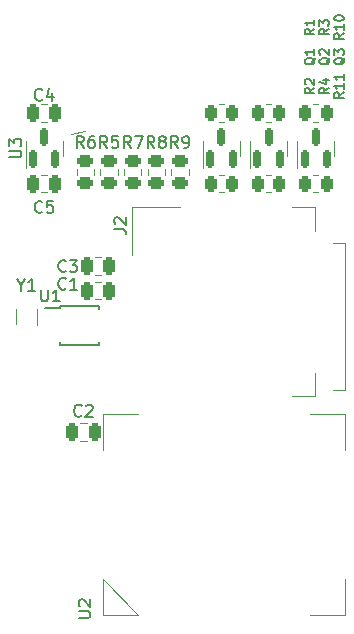
<source format=gto>
%TF.GenerationSoftware,KiCad,Pcbnew,(6.0.9)*%
%TF.CreationDate,2022-12-02T21:30:47+00:00*%
%TF.ProjectId,SPIRadioCFRTC,53504952-6164-4696-9f43-465254432e6b,rev?*%
%TF.SameCoordinates,Original*%
%TF.FileFunction,Legend,Top*%
%TF.FilePolarity,Positive*%
%FSLAX46Y46*%
G04 Gerber Fmt 4.6, Leading zero omitted, Abs format (unit mm)*
G04 Created by KiCad (PCBNEW (6.0.9)) date 2022-12-02 21:30:47*
%MOMM*%
%LPD*%
G01*
G04 APERTURE LIST*
G04 Aperture macros list*
%AMRoundRect*
0 Rectangle with rounded corners*
0 $1 Rounding radius*
0 $2 $3 $4 $5 $6 $7 $8 $9 X,Y pos of 4 corners*
0 Add a 4 corners polygon primitive as box body*
4,1,4,$2,$3,$4,$5,$6,$7,$8,$9,$2,$3,0*
0 Add four circle primitives for the rounded corners*
1,1,$1+$1,$2,$3*
1,1,$1+$1,$4,$5*
1,1,$1+$1,$6,$7*
1,1,$1+$1,$8,$9*
0 Add four rect primitives between the rounded corners*
20,1,$1+$1,$2,$3,$4,$5,0*
20,1,$1+$1,$4,$5,$6,$7,0*
20,1,$1+$1,$6,$7,$8,$9,0*
20,1,$1+$1,$8,$9,$2,$3,0*%
G04 Aperture macros list end*
%ADD10C,0.120000*%
%ADD11C,0.150000*%
%ADD12C,3.200000*%
%ADD13RoundRect,0.250000X0.250000X0.475000X-0.250000X0.475000X-0.250000X-0.475000X0.250000X-0.475000X0*%
%ADD14RoundRect,0.150000X0.150000X-0.587500X0.150000X0.587500X-0.150000X0.587500X-0.150000X-0.587500X0*%
%ADD15R,1.400000X0.300000*%
%ADD16R,4.000000X1.000000*%
%ADD17R,3.000000X3.000000*%
%ADD18RoundRect,0.250000X0.450000X-0.262500X0.450000X0.262500X-0.450000X0.262500X-0.450000X-0.262500X0*%
%ADD19RoundRect,0.250000X0.262500X0.450000X-0.262500X0.450000X-0.262500X-0.450000X0.262500X-0.450000X0*%
%ADD20C,0.900000*%
%ADD21R,1.400000X0.700000*%
%ADD22R,1.400000X1.600000*%
%ADD23R,2.200000X1.200000*%
%ADD24R,1.800000X1.000000*%
%ADD25R,1.700000X1.700000*%
%ADD26O,1.700000X1.700000*%
G04 APERTURE END LIST*
D10*
X27000000Y-31500000D02*
X25750000Y-31750000D01*
D11*
%TO.C,C2*%
X26666333Y-55612142D02*
X26618714Y-55659761D01*
X26475857Y-55707380D01*
X26380619Y-55707380D01*
X26237761Y-55659761D01*
X26142523Y-55564523D01*
X26094904Y-55469285D01*
X26047285Y-55278809D01*
X26047285Y-55135952D01*
X26094904Y-54945476D01*
X26142523Y-54850238D01*
X26237761Y-54755000D01*
X26380619Y-54707380D01*
X26475857Y-54707380D01*
X26618714Y-54755000D01*
X26666333Y-54802619D01*
X27047285Y-54802619D02*
X27094904Y-54755000D01*
X27190142Y-54707380D01*
X27428238Y-54707380D01*
X27523476Y-54755000D01*
X27571095Y-54802619D01*
X27618714Y-54897857D01*
X27618714Y-54993095D01*
X27571095Y-55135952D01*
X26999666Y-55707380D01*
X27618714Y-55707380D01*
%TO.C,Q2*%
X47688095Y-25326190D02*
X47650000Y-25402380D01*
X47573809Y-25478571D01*
X47459523Y-25592857D01*
X47421428Y-25669047D01*
X47421428Y-25745238D01*
X47611904Y-25707142D02*
X47573809Y-25783333D01*
X47497619Y-25859523D01*
X47345238Y-25897619D01*
X47078571Y-25897619D01*
X46926190Y-25859523D01*
X46850000Y-25783333D01*
X46811904Y-25707142D01*
X46811904Y-25554761D01*
X46850000Y-25478571D01*
X46926190Y-25402380D01*
X47078571Y-25364285D01*
X47345238Y-25364285D01*
X47497619Y-25402380D01*
X47573809Y-25478571D01*
X47611904Y-25554761D01*
X47611904Y-25707142D01*
X46888095Y-25059523D02*
X46850000Y-25021428D01*
X46811904Y-24945238D01*
X46811904Y-24754761D01*
X46850000Y-24678571D01*
X46888095Y-24640476D01*
X46964285Y-24602380D01*
X47040476Y-24602380D01*
X47154761Y-24640476D01*
X47611904Y-25097619D01*
X47611904Y-24602380D01*
%TO.C,U3*%
X20552380Y-33761904D02*
X21361904Y-33761904D01*
X21457142Y-33714285D01*
X21504761Y-33666666D01*
X21552380Y-33571428D01*
X21552380Y-33380952D01*
X21504761Y-33285714D01*
X21457142Y-33238095D01*
X21361904Y-33190476D01*
X20552380Y-33190476D01*
X20552380Y-32809523D02*
X20552380Y-32190476D01*
X20933333Y-32523809D01*
X20933333Y-32380952D01*
X20980952Y-32285714D01*
X21028571Y-32238095D01*
X21123809Y-32190476D01*
X21361904Y-32190476D01*
X21457142Y-32238095D01*
X21504761Y-32285714D01*
X21552380Y-32380952D01*
X21552380Y-32666666D01*
X21504761Y-32761904D01*
X21457142Y-32809523D01*
%TO.C,U1*%
X23238095Y-44952380D02*
X23238095Y-45761904D01*
X23285714Y-45857142D01*
X23333333Y-45904761D01*
X23428571Y-45952380D01*
X23619047Y-45952380D01*
X23714285Y-45904761D01*
X23761904Y-45857142D01*
X23809523Y-45761904D01*
X23809523Y-44952380D01*
X24809523Y-45952380D02*
X24238095Y-45952380D01*
X24523809Y-45952380D02*
X24523809Y-44952380D01*
X24428571Y-45095238D01*
X24333333Y-45190476D01*
X24238095Y-45238095D01*
%TO.C,U2*%
X26422380Y-72761904D02*
X27231904Y-72761904D01*
X27327142Y-72714285D01*
X27374761Y-72666666D01*
X27422380Y-72571428D01*
X27422380Y-72380952D01*
X27374761Y-72285714D01*
X27327142Y-72238095D01*
X27231904Y-72190476D01*
X26422380Y-72190476D01*
X26517619Y-71761904D02*
X26470000Y-71714285D01*
X26422380Y-71619047D01*
X26422380Y-71380952D01*
X26470000Y-71285714D01*
X26517619Y-71238095D01*
X26612857Y-71190476D01*
X26708095Y-71190476D01*
X26850952Y-71238095D01*
X27422380Y-71809523D01*
X27422380Y-71190476D01*
%TO.C,R6*%
X26833333Y-32952380D02*
X26500000Y-32476190D01*
X26261904Y-32952380D02*
X26261904Y-31952380D01*
X26642857Y-31952380D01*
X26738095Y-32000000D01*
X26785714Y-32047619D01*
X26833333Y-32142857D01*
X26833333Y-32285714D01*
X26785714Y-32380952D01*
X26738095Y-32428571D01*
X26642857Y-32476190D01*
X26261904Y-32476190D01*
X27690476Y-31952380D02*
X27500000Y-31952380D01*
X27404761Y-32000000D01*
X27357142Y-32047619D01*
X27261904Y-32190476D01*
X27214285Y-32380952D01*
X27214285Y-32761904D01*
X27261904Y-32857142D01*
X27309523Y-32904761D01*
X27404761Y-32952380D01*
X27595238Y-32952380D01*
X27690476Y-32904761D01*
X27738095Y-32857142D01*
X27785714Y-32761904D01*
X27785714Y-32523809D01*
X27738095Y-32428571D01*
X27690476Y-32380952D01*
X27595238Y-32333333D01*
X27404761Y-32333333D01*
X27309523Y-32380952D01*
X27261904Y-32428571D01*
X27214285Y-32523809D01*
%TO.C,Q3*%
X48938095Y-25326190D02*
X48900000Y-25402380D01*
X48823809Y-25478571D01*
X48709523Y-25592857D01*
X48671428Y-25669047D01*
X48671428Y-25745238D01*
X48861904Y-25707142D02*
X48823809Y-25783333D01*
X48747619Y-25859523D01*
X48595238Y-25897619D01*
X48328571Y-25897619D01*
X48176190Y-25859523D01*
X48100000Y-25783333D01*
X48061904Y-25707142D01*
X48061904Y-25554761D01*
X48100000Y-25478571D01*
X48176190Y-25402380D01*
X48328571Y-25364285D01*
X48595238Y-25364285D01*
X48747619Y-25402380D01*
X48823809Y-25478571D01*
X48861904Y-25554761D01*
X48861904Y-25707142D01*
X48061904Y-25097619D02*
X48061904Y-24602380D01*
X48366666Y-24869047D01*
X48366666Y-24754761D01*
X48404761Y-24678571D01*
X48442857Y-24640476D01*
X48519047Y-24602380D01*
X48709523Y-24602380D01*
X48785714Y-24640476D01*
X48823809Y-24678571D01*
X48861904Y-24754761D01*
X48861904Y-24983333D01*
X48823809Y-25059523D01*
X48785714Y-25097619D01*
%TO.C,C3*%
X25333333Y-43357142D02*
X25285714Y-43404761D01*
X25142857Y-43452380D01*
X25047619Y-43452380D01*
X24904761Y-43404761D01*
X24809523Y-43309523D01*
X24761904Y-43214285D01*
X24714285Y-43023809D01*
X24714285Y-42880952D01*
X24761904Y-42690476D01*
X24809523Y-42595238D01*
X24904761Y-42500000D01*
X25047619Y-42452380D01*
X25142857Y-42452380D01*
X25285714Y-42500000D01*
X25333333Y-42547619D01*
X25666666Y-42452380D02*
X26285714Y-42452380D01*
X25952380Y-42833333D01*
X26095238Y-42833333D01*
X26190476Y-42880952D01*
X26238095Y-42928571D01*
X26285714Y-43023809D01*
X26285714Y-43261904D01*
X26238095Y-43357142D01*
X26190476Y-43404761D01*
X26095238Y-43452380D01*
X25809523Y-43452380D01*
X25714285Y-43404761D01*
X25666666Y-43357142D01*
%TO.C,R8*%
X32833333Y-32952380D02*
X32500000Y-32476190D01*
X32261904Y-32952380D02*
X32261904Y-31952380D01*
X32642857Y-31952380D01*
X32738095Y-32000000D01*
X32785714Y-32047619D01*
X32833333Y-32142857D01*
X32833333Y-32285714D01*
X32785714Y-32380952D01*
X32738095Y-32428571D01*
X32642857Y-32476190D01*
X32261904Y-32476190D01*
X33404761Y-32380952D02*
X33309523Y-32333333D01*
X33261904Y-32285714D01*
X33214285Y-32190476D01*
X33214285Y-32142857D01*
X33261904Y-32047619D01*
X33309523Y-32000000D01*
X33404761Y-31952380D01*
X33595238Y-31952380D01*
X33690476Y-32000000D01*
X33738095Y-32047619D01*
X33785714Y-32142857D01*
X33785714Y-32190476D01*
X33738095Y-32285714D01*
X33690476Y-32333333D01*
X33595238Y-32380952D01*
X33404761Y-32380952D01*
X33309523Y-32428571D01*
X33261904Y-32476190D01*
X33214285Y-32571428D01*
X33214285Y-32761904D01*
X33261904Y-32857142D01*
X33309523Y-32904761D01*
X33404761Y-32952380D01*
X33595238Y-32952380D01*
X33690476Y-32904761D01*
X33738095Y-32857142D01*
X33785714Y-32761904D01*
X33785714Y-32571428D01*
X33738095Y-32476190D01*
X33690476Y-32428571D01*
X33595238Y-32380952D01*
%TO.C,R1*%
X46361904Y-22883333D02*
X45980952Y-23150000D01*
X46361904Y-23340476D02*
X45561904Y-23340476D01*
X45561904Y-23035714D01*
X45600000Y-22959523D01*
X45638095Y-22921428D01*
X45714285Y-22883333D01*
X45828571Y-22883333D01*
X45904761Y-22921428D01*
X45942857Y-22959523D01*
X45980952Y-23035714D01*
X45980952Y-23340476D01*
X46361904Y-22121428D02*
X46361904Y-22578571D01*
X46361904Y-22350000D02*
X45561904Y-22350000D01*
X45676190Y-22426190D01*
X45752380Y-22502380D01*
X45790476Y-22578571D01*
%TO.C,R4*%
X47611904Y-27883333D02*
X47230952Y-28150000D01*
X47611904Y-28340476D02*
X46811904Y-28340476D01*
X46811904Y-28035714D01*
X46850000Y-27959523D01*
X46888095Y-27921428D01*
X46964285Y-27883333D01*
X47078571Y-27883333D01*
X47154761Y-27921428D01*
X47192857Y-27959523D01*
X47230952Y-28035714D01*
X47230952Y-28340476D01*
X47078571Y-27197619D02*
X47611904Y-27197619D01*
X46773809Y-27388095D02*
X47345238Y-27578571D01*
X47345238Y-27083333D01*
%TO.C,Q1*%
X46438095Y-25326190D02*
X46400000Y-25402380D01*
X46323809Y-25478571D01*
X46209523Y-25592857D01*
X46171428Y-25669047D01*
X46171428Y-25745238D01*
X46361904Y-25707142D02*
X46323809Y-25783333D01*
X46247619Y-25859523D01*
X46095238Y-25897619D01*
X45828571Y-25897619D01*
X45676190Y-25859523D01*
X45600000Y-25783333D01*
X45561904Y-25707142D01*
X45561904Y-25554761D01*
X45600000Y-25478571D01*
X45676190Y-25402380D01*
X45828571Y-25364285D01*
X46095238Y-25364285D01*
X46247619Y-25402380D01*
X46323809Y-25478571D01*
X46361904Y-25554761D01*
X46361904Y-25707142D01*
X46361904Y-24602380D02*
X46361904Y-25059523D01*
X46361904Y-24830952D02*
X45561904Y-24830952D01*
X45676190Y-24907142D01*
X45752380Y-24983333D01*
X45790476Y-25059523D01*
%TO.C,J2*%
X29422380Y-39833333D02*
X30136666Y-39833333D01*
X30279523Y-39880952D01*
X30374761Y-39976190D01*
X30422380Y-40119047D01*
X30422380Y-40214285D01*
X29517619Y-39404761D02*
X29470000Y-39357142D01*
X29422380Y-39261904D01*
X29422380Y-39023809D01*
X29470000Y-38928571D01*
X29517619Y-38880952D01*
X29612857Y-38833333D01*
X29708095Y-38833333D01*
X29850952Y-38880952D01*
X30422380Y-39452380D01*
X30422380Y-38833333D01*
%TO.C,R5*%
X28833333Y-32952380D02*
X28500000Y-32476190D01*
X28261904Y-32952380D02*
X28261904Y-31952380D01*
X28642857Y-31952380D01*
X28738095Y-32000000D01*
X28785714Y-32047619D01*
X28833333Y-32142857D01*
X28833333Y-32285714D01*
X28785714Y-32380952D01*
X28738095Y-32428571D01*
X28642857Y-32476190D01*
X28261904Y-32476190D01*
X29738095Y-31952380D02*
X29261904Y-31952380D01*
X29214285Y-32428571D01*
X29261904Y-32380952D01*
X29357142Y-32333333D01*
X29595238Y-32333333D01*
X29690476Y-32380952D01*
X29738095Y-32428571D01*
X29785714Y-32523809D01*
X29785714Y-32761904D01*
X29738095Y-32857142D01*
X29690476Y-32904761D01*
X29595238Y-32952380D01*
X29357142Y-32952380D01*
X29261904Y-32904761D01*
X29214285Y-32857142D01*
%TO.C,R10*%
X48861904Y-23264285D02*
X48480952Y-23530952D01*
X48861904Y-23721428D02*
X48061904Y-23721428D01*
X48061904Y-23416666D01*
X48100000Y-23340476D01*
X48138095Y-23302380D01*
X48214285Y-23264285D01*
X48328571Y-23264285D01*
X48404761Y-23302380D01*
X48442857Y-23340476D01*
X48480952Y-23416666D01*
X48480952Y-23721428D01*
X48861904Y-22502380D02*
X48861904Y-22959523D01*
X48861904Y-22730952D02*
X48061904Y-22730952D01*
X48176190Y-22807142D01*
X48252380Y-22883333D01*
X48290476Y-22959523D01*
X48061904Y-22007142D02*
X48061904Y-21930952D01*
X48100000Y-21854761D01*
X48138095Y-21816666D01*
X48214285Y-21778571D01*
X48366666Y-21740476D01*
X48557142Y-21740476D01*
X48709523Y-21778571D01*
X48785714Y-21816666D01*
X48823809Y-21854761D01*
X48861904Y-21930952D01*
X48861904Y-22007142D01*
X48823809Y-22083333D01*
X48785714Y-22121428D01*
X48709523Y-22159523D01*
X48557142Y-22197619D01*
X48366666Y-22197619D01*
X48214285Y-22159523D01*
X48138095Y-22121428D01*
X48100000Y-22083333D01*
X48061904Y-22007142D01*
%TO.C,C1*%
X25333333Y-44857142D02*
X25285714Y-44904761D01*
X25142857Y-44952380D01*
X25047619Y-44952380D01*
X24904761Y-44904761D01*
X24809523Y-44809523D01*
X24761904Y-44714285D01*
X24714285Y-44523809D01*
X24714285Y-44380952D01*
X24761904Y-44190476D01*
X24809523Y-44095238D01*
X24904761Y-44000000D01*
X25047619Y-43952380D01*
X25142857Y-43952380D01*
X25285714Y-44000000D01*
X25333333Y-44047619D01*
X26285714Y-44952380D02*
X25714285Y-44952380D01*
X26000000Y-44952380D02*
X26000000Y-43952380D01*
X25904761Y-44095238D01*
X25809523Y-44190476D01*
X25714285Y-44238095D01*
%TO.C,Y1*%
X21530809Y-44563190D02*
X21530809Y-45039380D01*
X21197476Y-44039380D02*
X21530809Y-44563190D01*
X21864142Y-44039380D01*
X22721285Y-45039380D02*
X22149857Y-45039380D01*
X22435571Y-45039380D02*
X22435571Y-44039380D01*
X22340333Y-44182238D01*
X22245095Y-44277476D01*
X22149857Y-44325095D01*
%TO.C,R3*%
X47611904Y-22883333D02*
X47230952Y-23150000D01*
X47611904Y-23340476D02*
X46811904Y-23340476D01*
X46811904Y-23035714D01*
X46850000Y-22959523D01*
X46888095Y-22921428D01*
X46964285Y-22883333D01*
X47078571Y-22883333D01*
X47154761Y-22921428D01*
X47192857Y-22959523D01*
X47230952Y-23035714D01*
X47230952Y-23340476D01*
X46811904Y-22616666D02*
X46811904Y-22121428D01*
X47116666Y-22388095D01*
X47116666Y-22273809D01*
X47154761Y-22197619D01*
X47192857Y-22159523D01*
X47269047Y-22121428D01*
X47459523Y-22121428D01*
X47535714Y-22159523D01*
X47573809Y-22197619D01*
X47611904Y-22273809D01*
X47611904Y-22502380D01*
X47573809Y-22578571D01*
X47535714Y-22616666D01*
%TO.C,C5*%
X23333333Y-38357142D02*
X23285714Y-38404761D01*
X23142857Y-38452380D01*
X23047619Y-38452380D01*
X22904761Y-38404761D01*
X22809523Y-38309523D01*
X22761904Y-38214285D01*
X22714285Y-38023809D01*
X22714285Y-37880952D01*
X22761904Y-37690476D01*
X22809523Y-37595238D01*
X22904761Y-37500000D01*
X23047619Y-37452380D01*
X23142857Y-37452380D01*
X23285714Y-37500000D01*
X23333333Y-37547619D01*
X24238095Y-37452380D02*
X23761904Y-37452380D01*
X23714285Y-37928571D01*
X23761904Y-37880952D01*
X23857142Y-37833333D01*
X24095238Y-37833333D01*
X24190476Y-37880952D01*
X24238095Y-37928571D01*
X24285714Y-38023809D01*
X24285714Y-38261904D01*
X24238095Y-38357142D01*
X24190476Y-38404761D01*
X24095238Y-38452380D01*
X23857142Y-38452380D01*
X23761904Y-38404761D01*
X23714285Y-38357142D01*
%TO.C,R2*%
X46361904Y-27883333D02*
X45980952Y-28150000D01*
X46361904Y-28340476D02*
X45561904Y-28340476D01*
X45561904Y-28035714D01*
X45600000Y-27959523D01*
X45638095Y-27921428D01*
X45714285Y-27883333D01*
X45828571Y-27883333D01*
X45904761Y-27921428D01*
X45942857Y-27959523D01*
X45980952Y-28035714D01*
X45980952Y-28340476D01*
X45638095Y-27578571D02*
X45600000Y-27540476D01*
X45561904Y-27464285D01*
X45561904Y-27273809D01*
X45600000Y-27197619D01*
X45638095Y-27159523D01*
X45714285Y-27121428D01*
X45790476Y-27121428D01*
X45904761Y-27159523D01*
X46361904Y-27616666D01*
X46361904Y-27121428D01*
%TO.C,C4*%
X23333333Y-28857142D02*
X23285714Y-28904761D01*
X23142857Y-28952380D01*
X23047619Y-28952380D01*
X22904761Y-28904761D01*
X22809523Y-28809523D01*
X22761904Y-28714285D01*
X22714285Y-28523809D01*
X22714285Y-28380952D01*
X22761904Y-28190476D01*
X22809523Y-28095238D01*
X22904761Y-28000000D01*
X23047619Y-27952380D01*
X23142857Y-27952380D01*
X23285714Y-28000000D01*
X23333333Y-28047619D01*
X24190476Y-28285714D02*
X24190476Y-28952380D01*
X23952380Y-27904761D02*
X23714285Y-28619047D01*
X24333333Y-28619047D01*
%TO.C,R7*%
X30833333Y-32952380D02*
X30500000Y-32476190D01*
X30261904Y-32952380D02*
X30261904Y-31952380D01*
X30642857Y-31952380D01*
X30738095Y-32000000D01*
X30785714Y-32047619D01*
X30833333Y-32142857D01*
X30833333Y-32285714D01*
X30785714Y-32380952D01*
X30738095Y-32428571D01*
X30642857Y-32476190D01*
X30261904Y-32476190D01*
X31166666Y-31952380D02*
X31833333Y-31952380D01*
X31404761Y-32952380D01*
%TO.C,R9*%
X34833333Y-32952380D02*
X34500000Y-32476190D01*
X34261904Y-32952380D02*
X34261904Y-31952380D01*
X34642857Y-31952380D01*
X34738095Y-32000000D01*
X34785714Y-32047619D01*
X34833333Y-32142857D01*
X34833333Y-32285714D01*
X34785714Y-32380952D01*
X34738095Y-32428571D01*
X34642857Y-32476190D01*
X34261904Y-32476190D01*
X35309523Y-32952380D02*
X35500000Y-32952380D01*
X35595238Y-32904761D01*
X35642857Y-32857142D01*
X35738095Y-32714285D01*
X35785714Y-32523809D01*
X35785714Y-32142857D01*
X35738095Y-32047619D01*
X35690476Y-32000000D01*
X35595238Y-31952380D01*
X35404761Y-31952380D01*
X35309523Y-32000000D01*
X35261904Y-32047619D01*
X35214285Y-32142857D01*
X35214285Y-32380952D01*
X35261904Y-32476190D01*
X35309523Y-32523809D01*
X35404761Y-32571428D01*
X35595238Y-32571428D01*
X35690476Y-32523809D01*
X35738095Y-32476190D01*
X35785714Y-32380952D01*
%TO.C,R11*%
X48861904Y-28264285D02*
X48480952Y-28530952D01*
X48861904Y-28721428D02*
X48061904Y-28721428D01*
X48061904Y-28416666D01*
X48100000Y-28340476D01*
X48138095Y-28302380D01*
X48214285Y-28264285D01*
X48328571Y-28264285D01*
X48404761Y-28302380D01*
X48442857Y-28340476D01*
X48480952Y-28416666D01*
X48480952Y-28721428D01*
X48861904Y-27502380D02*
X48861904Y-27959523D01*
X48861904Y-27730952D02*
X48061904Y-27730952D01*
X48176190Y-27807142D01*
X48252380Y-27883333D01*
X48290476Y-27959523D01*
X48861904Y-26740476D02*
X48861904Y-27197619D01*
X48861904Y-26969047D02*
X48061904Y-26969047D01*
X48176190Y-27045238D01*
X48252380Y-27121428D01*
X48290476Y-27197619D01*
D10*
%TO.C,C2*%
X27094252Y-56265000D02*
X26571748Y-56265000D01*
X27094252Y-57735000D02*
X26571748Y-57735000D01*
%TO.C,Q2*%
X44060000Y-33000000D02*
X44060000Y-33650000D01*
X40940000Y-33000000D02*
X40940000Y-34675000D01*
X44060000Y-33000000D02*
X44060000Y-32350000D01*
X40940000Y-33000000D02*
X40940000Y-32350000D01*
%TO.C,U3*%
X21940000Y-33000000D02*
X21940000Y-32350000D01*
X25060000Y-33000000D02*
X25060000Y-32350000D01*
X21940000Y-33000000D02*
X21940000Y-34675000D01*
X25060000Y-33000000D02*
X25060000Y-33650000D01*
D11*
%TO.C,U1*%
X28175000Y-49675000D02*
X28175000Y-49375000D01*
X24825000Y-49675000D02*
X28175000Y-49675000D01*
X24825000Y-46325000D02*
X28175000Y-46325000D01*
X28175000Y-46325000D02*
X28175000Y-46625000D01*
X24825000Y-46550000D02*
X23600000Y-46550000D01*
X24825000Y-46325000D02*
X24825000Y-46550000D01*
X24825000Y-49675000D02*
X24825000Y-49375000D01*
D10*
%TO.C,U2*%
X45970000Y-55500000D02*
X48970000Y-55500000D01*
X31470000Y-72500000D02*
X28470000Y-69500000D01*
X28470000Y-72500000D02*
X31470000Y-72500000D01*
X45970000Y-72500000D02*
X48970000Y-72500000D01*
X28470000Y-55500000D02*
X28470000Y-58500000D01*
X48970000Y-72500000D02*
X48970000Y-69500000D01*
X48970000Y-55500000D02*
X48970000Y-58500000D01*
X28470000Y-69500000D02*
X28470000Y-72500000D01*
X28470000Y-55500000D02*
X31470000Y-55500000D01*
%TO.C,R6*%
X27735000Y-35227064D02*
X27735000Y-34772936D01*
X26265000Y-35227064D02*
X26265000Y-34772936D01*
%TO.C,Q3*%
X44940000Y-33000000D02*
X44940000Y-34675000D01*
X48060000Y-33000000D02*
X48060000Y-33650000D01*
X44940000Y-33000000D02*
X44940000Y-32350000D01*
X48060000Y-33000000D02*
X48060000Y-32350000D01*
%TO.C,C3*%
X28311252Y-42215000D02*
X27788748Y-42215000D01*
X28311252Y-43685000D02*
X27788748Y-43685000D01*
%TO.C,R8*%
X33735000Y-35227064D02*
X33735000Y-34772936D01*
X32265000Y-35227064D02*
X32265000Y-34772936D01*
%TO.C,R1*%
X38727064Y-30735000D02*
X38272936Y-30735000D01*
X38727064Y-29265000D02*
X38272936Y-29265000D01*
%TO.C,R4*%
X42727064Y-35265000D02*
X42272936Y-35265000D01*
X42727064Y-36735000D02*
X42272936Y-36735000D01*
%TO.C,Q1*%
X40060000Y-33000000D02*
X40060000Y-33650000D01*
X36940000Y-33000000D02*
X36940000Y-34675000D01*
X36940000Y-33000000D02*
X36940000Y-32350000D01*
X40060000Y-33000000D02*
X40060000Y-32350000D01*
%TO.C,J2*%
X46470000Y-40000000D02*
X46470000Y-38000000D01*
X30970000Y-42000000D02*
X30970000Y-38000000D01*
X46470000Y-38000000D02*
X44470000Y-38000000D01*
X46470000Y-54000000D02*
X46470000Y-52000000D01*
X30970000Y-38000000D02*
X34970000Y-38000000D01*
X44470000Y-54000000D02*
X46470000Y-54000000D01*
X47970000Y-53500000D02*
X48970000Y-53500000D01*
X48970000Y-53500000D02*
X48970000Y-41000000D01*
X48970000Y-41000000D02*
X47970000Y-41000000D01*
%TO.C,R5*%
X29735000Y-35227064D02*
X29735000Y-34772936D01*
X28265000Y-35227064D02*
X28265000Y-34772936D01*
%TO.C,R10*%
X46727064Y-29265000D02*
X46272936Y-29265000D01*
X46727064Y-30735000D02*
X46272936Y-30735000D01*
%TO.C,C1*%
X28311252Y-45785000D02*
X27788748Y-45785000D01*
X28311252Y-44315000D02*
X27788748Y-44315000D01*
%TO.C,Y1*%
X22875000Y-46575000D02*
X22875000Y-47925000D01*
X21125000Y-46575000D02*
X21125000Y-47925000D01*
%TO.C,R3*%
X42727064Y-30735000D02*
X42272936Y-30735000D01*
X42727064Y-29265000D02*
X42272936Y-29265000D01*
%TO.C,C5*%
X23761252Y-36735000D02*
X23238748Y-36735000D01*
X23761252Y-35265000D02*
X23238748Y-35265000D01*
%TO.C,R2*%
X38727064Y-36735000D02*
X38272936Y-36735000D01*
X38727064Y-35265000D02*
X38272936Y-35265000D01*
%TO.C,C4*%
X23761252Y-29265000D02*
X23238748Y-29265000D01*
X23761252Y-30735000D02*
X23238748Y-30735000D01*
%TO.C,R7*%
X31735000Y-35227064D02*
X31735000Y-34772936D01*
X30265000Y-35227064D02*
X30265000Y-34772936D01*
%TO.C,R9*%
X35735000Y-35227064D02*
X35735000Y-34772936D01*
X34265000Y-35227064D02*
X34265000Y-34772936D01*
%TO.C,R11*%
X46727064Y-35265000D02*
X46272936Y-35265000D01*
X46727064Y-36735000D02*
X46272936Y-36735000D01*
%TD*%
%LPC*%
D12*
%TO.C,REF\u002A\u002A*%
X35000000Y-75500000D03*
%TD*%
D13*
%TO.C,C2*%
X27783000Y-57000000D03*
X25883000Y-57000000D03*
%TD*%
D14*
%TO.C,Q2*%
X41550000Y-33937500D03*
X43450000Y-33937500D03*
X42500000Y-32062500D03*
%TD*%
%TO.C,U3*%
X22550000Y-33937500D03*
X24450000Y-33937500D03*
X23500000Y-32062500D03*
%TD*%
D15*
%TO.C,U1*%
X24300000Y-47000000D03*
X24300000Y-47500000D03*
X24300000Y-48000000D03*
X24300000Y-48500000D03*
X24300000Y-49000000D03*
X28700000Y-49000000D03*
X28700000Y-48500000D03*
X28700000Y-48000000D03*
X28700000Y-47500000D03*
X28700000Y-47000000D03*
%TD*%
D16*
%TO.C,U2*%
X29470000Y-59555000D03*
X29470000Y-60825000D03*
X29470000Y-62095000D03*
X29470000Y-63365000D03*
X29470000Y-64635000D03*
X29470000Y-65905000D03*
X29470000Y-67175000D03*
X29470000Y-68445000D03*
D17*
X41970000Y-56500000D03*
X39470000Y-71500000D03*
%TD*%
D18*
%TO.C,R6*%
X27000000Y-35912500D03*
X27000000Y-34087500D03*
%TD*%
D14*
%TO.C,Q3*%
X45550000Y-33937500D03*
X47450000Y-33937500D03*
X46500000Y-32062500D03*
%TD*%
D13*
%TO.C,C3*%
X29000000Y-42950000D03*
X27100000Y-42950000D03*
%TD*%
D18*
%TO.C,R8*%
X33000000Y-35912500D03*
X33000000Y-34087500D03*
%TD*%
D19*
%TO.C,R1*%
X39412500Y-30000000D03*
X37587500Y-30000000D03*
%TD*%
%TO.C,R4*%
X43412500Y-36000000D03*
X41587500Y-36000000D03*
%TD*%
D14*
%TO.C,Q1*%
X37550000Y-33937500D03*
X39450000Y-33937500D03*
X38500000Y-32062500D03*
%TD*%
D20*
%TO.C,J2*%
X42070000Y-50950000D03*
X42070000Y-42950000D03*
D21*
X31470000Y-43750000D03*
X31470000Y-44850000D03*
X31470000Y-45950000D03*
X31470000Y-47050000D03*
X31470000Y-48150000D03*
X31470000Y-49250000D03*
X31470000Y-50350000D03*
X31470000Y-51450000D03*
X31470000Y-52550000D03*
D22*
X32070000Y-39150000D03*
D23*
X41670000Y-53750000D03*
X41670000Y-38250000D03*
D22*
X32070000Y-54000000D03*
%TD*%
D18*
%TO.C,R5*%
X29000000Y-35912500D03*
X29000000Y-34087500D03*
%TD*%
D19*
%TO.C,R10*%
X47412500Y-30000000D03*
X45587500Y-30000000D03*
%TD*%
D13*
%TO.C,C1*%
X29000000Y-45050000D03*
X27100000Y-45050000D03*
%TD*%
D24*
%TO.C,Y1*%
X22000000Y-48500000D03*
X22000000Y-46000000D03*
%TD*%
D19*
%TO.C,R3*%
X43412500Y-30000000D03*
X41587500Y-30000000D03*
%TD*%
D13*
%TO.C,C5*%
X24450000Y-36000000D03*
X22550000Y-36000000D03*
%TD*%
D19*
%TO.C,R2*%
X39412500Y-36000000D03*
X37587500Y-36000000D03*
%TD*%
D13*
%TO.C,C4*%
X24450000Y-30000000D03*
X22550000Y-30000000D03*
%TD*%
D18*
%TO.C,R7*%
X31000000Y-35912500D03*
X31000000Y-34087500D03*
%TD*%
%TO.C,R9*%
X35000000Y-35912500D03*
X35000000Y-34087500D03*
%TD*%
D19*
%TO.C,R11*%
X47412500Y-36000000D03*
X45587500Y-36000000D03*
%TD*%
D25*
%TO.C,J1*%
X43890000Y-26770000D03*
D26*
X43890000Y-24230000D03*
X41350000Y-26770000D03*
X41350000Y-24230000D03*
X38810000Y-26770000D03*
X38810000Y-24230000D03*
X36270000Y-26770000D03*
X36270000Y-24230000D03*
X33730000Y-26770000D03*
X33730000Y-24230000D03*
X31190000Y-26770000D03*
X31190000Y-24230000D03*
X28650000Y-26770000D03*
X28650000Y-24230000D03*
X26110000Y-26770000D03*
X26110000Y-24230000D03*
%TD*%
M02*

</source>
